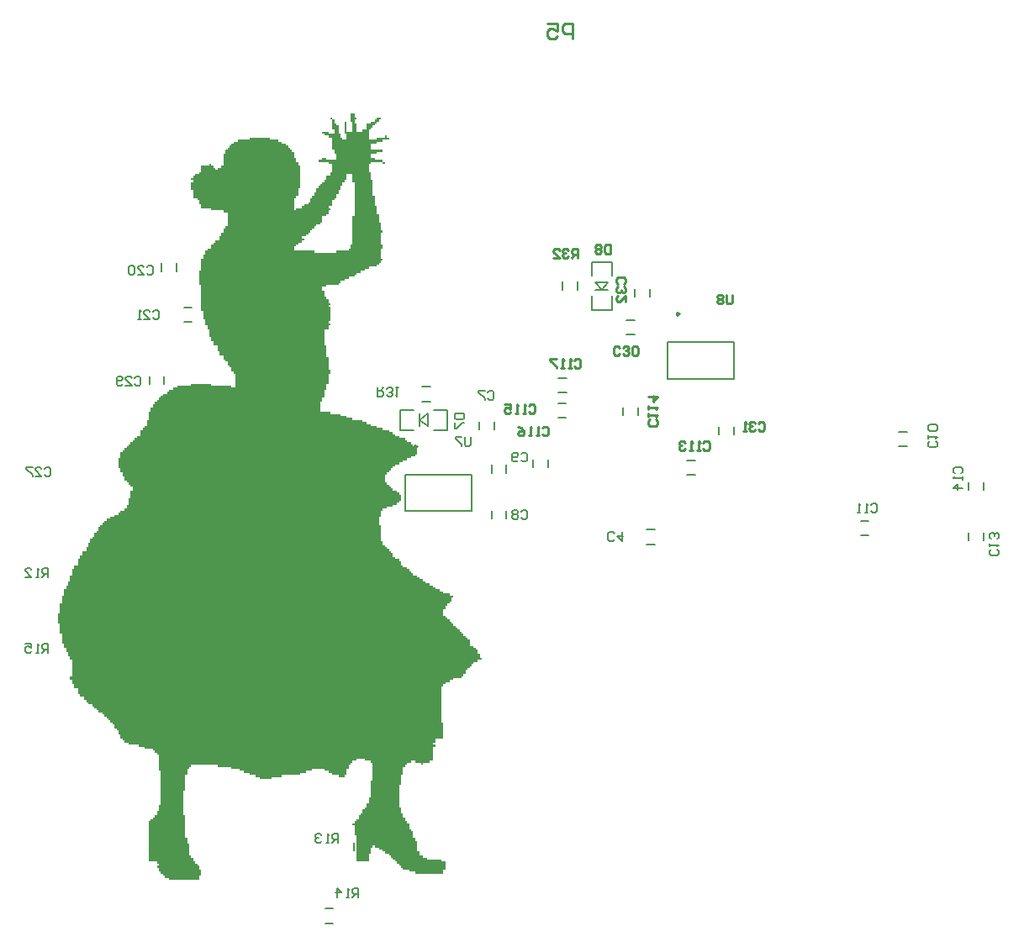
<source format=gbo>
G04*
G04 #@! TF.GenerationSoftware,Altium Limited,Altium Designer,18.1.7 (191)*
G04*
G04 Layer_Color=32896*
%FSLAX44Y44*%
%MOMM*%
G71*
G01*
G75*
%ADD11C,0.2500*%
%ADD12C,0.2000*%
%ADD13C,0.2540*%
%ADD14C,0.2032*%
G36*
X336550Y863854D02*
Y861822D01*
X338582D01*
Y859790D01*
X336550D01*
Y857758D01*
Y855726D01*
X338582D01*
Y853694D01*
Y851662D01*
Y849630D01*
Y847598D01*
X344678D01*
Y849630D01*
X348742D01*
Y851662D01*
Y853694D01*
Y855726D01*
X352806D01*
Y857758D01*
X356870D01*
Y859790D01*
X358902D01*
Y861822D01*
X362966D01*
Y859790D01*
X360934D01*
Y857758D01*
X358902D01*
Y855726D01*
X356870D01*
Y853694D01*
X354838D01*
Y851662D01*
X352806D01*
Y849630D01*
X350774D01*
Y847598D01*
Y845566D01*
Y843534D01*
Y841502D01*
Y839470D01*
X358902D01*
Y841502D01*
X367030D01*
Y843534D01*
X369062D01*
Y841502D01*
X371094D01*
Y839470D01*
X364998D01*
Y837438D01*
X358902D01*
Y835406D01*
X352806D01*
Y833374D01*
Y831342D01*
Y829310D01*
X364998D01*
Y827278D01*
X358902D01*
Y825246D01*
X352806D01*
Y823214D01*
Y821182D01*
X356870D01*
Y819150D01*
X364998D01*
Y817118D01*
X367030D01*
Y815086D01*
X364998D01*
Y817118D01*
X352806D01*
Y815086D01*
X350774D01*
Y813054D01*
Y811022D01*
Y808990D01*
Y806958D01*
X352806D01*
Y804926D01*
Y802894D01*
Y800862D01*
Y798830D01*
X354838D01*
Y796798D01*
Y794766D01*
Y792734D01*
Y790702D01*
Y788670D01*
Y786638D01*
Y784606D01*
Y782574D01*
X356870D01*
Y780542D01*
Y778510D01*
Y776478D01*
Y774446D01*
Y772414D01*
X358902D01*
Y770382D01*
Y768350D01*
Y766318D01*
Y764286D01*
X360934D01*
Y762254D01*
Y760222D01*
Y758190D01*
Y756158D01*
X362966D01*
Y754126D01*
Y752094D01*
Y750062D01*
Y748030D01*
X364998D01*
Y745998D01*
X362966D01*
Y743966D01*
Y741934D01*
Y739902D01*
Y737870D01*
Y735838D01*
Y733806D01*
X364998D01*
Y731774D01*
Y729742D01*
X362966D01*
Y727710D01*
Y725678D01*
Y723646D01*
Y721614D01*
Y719582D01*
X364998D01*
Y717550D01*
X362966D01*
Y715518D01*
X360934D01*
Y713486D01*
X358902D01*
Y711454D01*
X350774D01*
Y709422D01*
X346710D01*
Y707390D01*
X342646D01*
Y705358D01*
X338582D01*
Y703326D01*
X336550D01*
Y701294D01*
X330454D01*
Y699262D01*
X326390D01*
Y697230D01*
X322326D01*
Y695198D01*
X320294D01*
Y693166D01*
X308102D01*
Y691134D01*
X304038D01*
Y689102D01*
Y687070D01*
X306070D01*
Y685038D01*
Y683006D01*
Y680974D01*
X308102D01*
Y678942D01*
X310134D01*
Y676910D01*
Y674878D01*
X312166D01*
Y672846D01*
X310134D01*
Y670814D01*
X312166D01*
Y668782D01*
Y666750D01*
Y664718D01*
Y662686D01*
Y660654D01*
Y658622D01*
Y656590D01*
X310134D01*
Y654558D01*
X312166D01*
Y652526D01*
X310134D01*
Y650494D01*
Y648462D01*
X306070D01*
Y646430D01*
Y644398D01*
Y642366D01*
Y640334D01*
Y638302D01*
Y636270D01*
Y634238D01*
Y632206D01*
X308102D01*
Y630174D01*
Y628142D01*
Y626110D01*
Y624078D01*
Y622046D01*
Y620014D01*
X310134D01*
Y617982D01*
Y615950D01*
Y613918D01*
Y611886D01*
Y609854D01*
Y607822D01*
X312166D01*
Y605790D01*
Y603758D01*
X310134D01*
Y601726D01*
Y599694D01*
Y597662D01*
Y595630D01*
Y593598D01*
X308102D01*
Y591566D01*
Y589534D01*
Y587502D01*
X306070D01*
Y585470D01*
Y583438D01*
Y581406D01*
Y579374D01*
X304038D01*
Y577342D01*
Y575310D01*
X302006D01*
Y573278D01*
Y571246D01*
Y569214D01*
Y567182D01*
Y565150D01*
X312166D01*
Y563118D01*
X322326D01*
Y561086D01*
X328422D01*
Y559054D01*
X334518D01*
Y557022D01*
X344678D01*
Y554990D01*
X348742D01*
Y552958D01*
X352806D01*
Y550926D01*
X358902D01*
Y548894D01*
X364998D01*
Y546862D01*
X371094D01*
Y544830D01*
X375158D01*
Y542798D01*
X377190D01*
Y540766D01*
X381254D01*
Y538734D01*
X387350D01*
Y536702D01*
X389382D01*
Y534670D01*
X393446D01*
Y532638D01*
X395478D01*
Y530606D01*
X397510D01*
Y528574D01*
X399542D01*
Y526542D01*
Y524510D01*
Y522478D01*
X397510D01*
Y520446D01*
X393446D01*
Y518414D01*
X389382D01*
Y516382D01*
X385318D01*
Y514350D01*
X381254D01*
Y512318D01*
X377190D01*
Y510286D01*
X375158D01*
Y508254D01*
X373126D01*
Y506222D01*
X371094D01*
Y504190D01*
X369062D01*
Y502158D01*
X367030D01*
Y500126D01*
Y498094D01*
Y496062D01*
Y494030D01*
X369062D01*
Y491998D01*
X371094D01*
Y489966D01*
X373126D01*
Y487934D01*
X375158D01*
Y485902D01*
X379222D01*
Y483870D01*
X381254D01*
Y481838D01*
X383286D01*
Y479806D01*
Y477774D01*
Y475742D01*
X381254D01*
Y473710D01*
X379222D01*
Y471678D01*
X375158D01*
Y469646D01*
X369062D01*
Y467614D01*
X364998D01*
Y465582D01*
X362966D01*
Y463550D01*
Y461518D01*
Y459486D01*
X360934D01*
Y457454D01*
Y455422D01*
Y453390D01*
Y451358D01*
X362966D01*
Y449326D01*
Y447294D01*
Y445262D01*
Y443230D01*
Y441198D01*
Y439166D01*
Y437134D01*
Y435102D01*
X364998D01*
Y433070D01*
Y431038D01*
X367030D01*
Y429006D01*
X369062D01*
Y426974D01*
X371094D01*
Y424942D01*
X373126D01*
Y422910D01*
X375158D01*
Y420878D01*
Y418846D01*
X377190D01*
Y416814D01*
X381254D01*
Y414782D01*
X383286D01*
Y412750D01*
Y410718D01*
X385318D01*
Y408686D01*
X389382D01*
Y406654D01*
X391414D01*
Y404622D01*
X393446D01*
Y402590D01*
X395478D01*
Y400558D01*
X399542D01*
Y398526D01*
X401574D01*
Y396494D01*
X405638D01*
Y394462D01*
X407670D01*
Y392430D01*
X411734D01*
Y390398D01*
X415798D01*
Y388366D01*
X417830D01*
Y386334D01*
X421894D01*
Y384302D01*
X425958D01*
Y382270D01*
X432054D01*
Y380238D01*
X436118D01*
Y378206D01*
X434086D01*
Y376174D01*
Y374142D01*
X432054D01*
Y372110D01*
X430022D01*
Y370078D01*
X427990D01*
Y368046D01*
Y366014D01*
X425958D01*
Y363982D01*
Y361950D01*
Y359918D01*
X427990D01*
Y357886D01*
X430022D01*
Y355854D01*
X432054D01*
Y353822D01*
X434086D01*
Y351790D01*
X436118D01*
Y349758D01*
X438150D01*
Y347726D01*
X440182D01*
Y345694D01*
X442214D01*
Y343662D01*
X444246D01*
Y341630D01*
X446278D01*
Y339598D01*
X448310D01*
Y337566D01*
X450342D01*
Y335534D01*
X452374D01*
Y333502D01*
Y331470D01*
Y329438D01*
X456438D01*
Y327406D01*
X458470D01*
Y325374D01*
X460502D01*
Y323342D01*
Y321310D01*
X462534D01*
Y319278D01*
Y317246D01*
X464566D01*
Y315214D01*
X460502D01*
Y313182D01*
X456438D01*
Y311150D01*
X454406D01*
Y309118D01*
X452374D01*
Y307086D01*
X450342D01*
Y305054D01*
X448310D01*
Y303022D01*
Y300990D01*
X446278D01*
Y298958D01*
X444246D01*
Y296926D01*
X436118D01*
Y294894D01*
X432054D01*
Y292862D01*
X427990D01*
Y290830D01*
X425958D01*
Y288798D01*
X423926D01*
Y286766D01*
Y284734D01*
Y282702D01*
Y280670D01*
Y278638D01*
Y276606D01*
Y274574D01*
Y272542D01*
Y270510D01*
Y268478D01*
Y266446D01*
Y264414D01*
Y262382D01*
Y260350D01*
Y258318D01*
Y256286D01*
Y254254D01*
Y252222D01*
X425958D01*
Y250190D01*
Y248158D01*
Y246126D01*
Y244094D01*
Y242062D01*
Y240030D01*
Y237998D01*
Y235966D01*
X417830D01*
Y233934D01*
Y231902D01*
X415798D01*
Y229870D01*
X417830D01*
Y227838D01*
X415798D01*
Y225806D01*
Y223774D01*
Y221742D01*
Y219710D01*
Y217678D01*
Y215646D01*
Y213614D01*
X411734D01*
Y211582D01*
X405638D01*
Y209550D01*
X403606D01*
Y211582D01*
X397510D01*
Y213614D01*
X393446D01*
Y211582D01*
X389382D01*
Y209550D01*
X387350D01*
Y207518D01*
X385318D01*
Y205486D01*
Y203454D01*
Y201422D01*
Y199390D01*
X383286D01*
Y197358D01*
Y195326D01*
Y193294D01*
Y191262D01*
Y189230D01*
X381254D01*
Y187198D01*
Y185166D01*
Y183134D01*
Y181102D01*
Y179070D01*
Y177038D01*
Y175006D01*
Y172974D01*
Y170942D01*
Y168910D01*
Y166878D01*
X383286D01*
Y164846D01*
Y162814D01*
Y160782D01*
X385318D01*
Y158750D01*
Y156718D01*
X387350D01*
Y154686D01*
Y152654D01*
X389382D01*
Y150622D01*
X391414D01*
Y148590D01*
Y146558D01*
Y144526D01*
X393446D01*
Y142494D01*
X395478D01*
Y140462D01*
Y138430D01*
Y136398D01*
X397510D01*
Y134366D01*
Y132334D01*
X399542D01*
Y130302D01*
Y128270D01*
Y126238D01*
Y124206D01*
Y122174D01*
X401574D01*
Y120142D01*
Y118110D01*
X405638D01*
Y116078D01*
X409702D01*
Y114046D01*
X423926D01*
Y112014D01*
X427990D01*
Y109982D01*
Y107950D01*
Y105918D01*
Y103886D01*
X425958D01*
Y101854D01*
Y99822D01*
X397510D01*
Y101854D01*
X391414D01*
Y103886D01*
X385318D01*
Y105918D01*
X383286D01*
Y107950D01*
X381254D01*
Y109982D01*
X379222D01*
Y112014D01*
X377190D01*
Y114046D01*
X375158D01*
Y116078D01*
X373126D01*
Y118110D01*
X371094D01*
Y120142D01*
X367030D01*
Y122174D01*
X364998D01*
Y124206D01*
X360934D01*
Y126238D01*
X356870D01*
Y128270D01*
X354838D01*
Y126238D01*
X352806D01*
Y124206D01*
Y122174D01*
Y120142D01*
X350774D01*
Y118110D01*
Y116078D01*
Y114046D01*
Y112014D01*
X338582D01*
Y114046D01*
Y116078D01*
Y118110D01*
Y120142D01*
Y122174D01*
Y124206D01*
Y126238D01*
Y128270D01*
Y130302D01*
Y132334D01*
Y134366D01*
Y136398D01*
Y138430D01*
X336550D01*
Y140462D01*
Y142494D01*
Y144526D01*
Y146558D01*
Y148590D01*
X334518D01*
Y150622D01*
X336550D01*
Y152654D01*
X338582D01*
Y154686D01*
X340614D01*
Y156718D01*
Y158750D01*
X342646D01*
Y160782D01*
X344678D01*
Y162814D01*
Y164846D01*
X346710D01*
Y166878D01*
X348742D01*
Y168910D01*
Y170942D01*
X350774D01*
Y172974D01*
Y175006D01*
Y177038D01*
X352806D01*
Y179070D01*
Y181102D01*
Y183134D01*
Y185166D01*
Y187198D01*
Y189230D01*
Y191262D01*
Y193294D01*
X354838D01*
Y195326D01*
Y197358D01*
Y199390D01*
Y201422D01*
Y203454D01*
Y205486D01*
Y207518D01*
Y209550D01*
Y211582D01*
X352806D01*
Y213614D01*
X346710D01*
Y215646D01*
X338582D01*
Y213614D01*
X334518D01*
Y211582D01*
X332486D01*
Y209550D01*
X330454D01*
Y207518D01*
Y205486D01*
X328422D01*
Y203454D01*
Y201422D01*
Y199390D01*
X326390D01*
Y197358D01*
X320294D01*
Y199390D01*
X314198D01*
Y201422D01*
X310134D01*
Y203454D01*
X306070D01*
Y205486D01*
X293878D01*
Y203454D01*
X287782D01*
Y201422D01*
X281686D01*
Y199390D01*
X263398D01*
Y197358D01*
X253238D01*
Y195326D01*
X241046D01*
Y197358D01*
X236982D01*
Y199390D01*
X230886D01*
Y201422D01*
X224790D01*
Y203454D01*
X220726D01*
Y205486D01*
X212598D01*
Y207518D01*
X198374D01*
Y209550D01*
X171958D01*
Y207518D01*
X169926D01*
Y205486D01*
X167894D01*
Y203454D01*
Y201422D01*
Y199390D01*
X165862D01*
Y197358D01*
Y195326D01*
Y193294D01*
Y191262D01*
Y189230D01*
Y187198D01*
Y185166D01*
Y183134D01*
X163830D01*
Y181102D01*
Y179070D01*
Y177038D01*
Y175006D01*
Y172974D01*
Y170942D01*
Y168910D01*
Y166878D01*
Y164846D01*
Y162814D01*
Y160782D01*
Y158750D01*
X165862D01*
Y156718D01*
Y154686D01*
Y152654D01*
Y150622D01*
Y148590D01*
Y146558D01*
Y144526D01*
Y142494D01*
Y140462D01*
Y138430D01*
Y136398D01*
X167894D01*
Y134366D01*
Y132334D01*
Y130302D01*
X169926D01*
Y128270D01*
Y126238D01*
Y124206D01*
Y122174D01*
Y120142D01*
Y118110D01*
X171958D01*
Y116078D01*
X173990D01*
Y114046D01*
Y112014D01*
X176022D01*
Y109982D01*
X178054D01*
Y107950D01*
X180086D01*
Y105918D01*
Y103886D01*
X182118D01*
Y101854D01*
Y99822D01*
Y97790D01*
X180086D01*
Y95758D01*
Y93726D01*
X149606D01*
Y95758D01*
X145542D01*
Y97790D01*
X143510D01*
Y99822D01*
X141478D01*
Y101854D01*
X139446D01*
Y103886D01*
Y105918D01*
X137414D01*
Y107950D01*
X139446D01*
Y109982D01*
X137414D01*
Y112014D01*
X129286D01*
Y114046D01*
Y116078D01*
Y118110D01*
Y120142D01*
Y122174D01*
Y124206D01*
Y126238D01*
Y128270D01*
Y130302D01*
Y132334D01*
Y134366D01*
Y136398D01*
Y138430D01*
Y140462D01*
Y142494D01*
Y144526D01*
Y146558D01*
Y148590D01*
Y150622D01*
Y152654D01*
X131318D01*
Y154686D01*
X133350D01*
Y156718D01*
X135382D01*
Y158750D01*
X137414D01*
Y160782D01*
Y162814D01*
X139446D01*
Y164846D01*
Y166878D01*
Y168910D01*
X141478D01*
Y170942D01*
Y172974D01*
Y175006D01*
Y177038D01*
Y179070D01*
Y181102D01*
Y183134D01*
Y185166D01*
Y187198D01*
Y189230D01*
Y191262D01*
Y193294D01*
Y195326D01*
Y197358D01*
Y199390D01*
Y201422D01*
Y203454D01*
X139446D01*
Y205486D01*
Y207518D01*
Y209550D01*
Y211582D01*
Y213614D01*
Y215646D01*
Y217678D01*
Y219710D01*
X137414D01*
Y221742D01*
X135382D01*
Y223774D01*
X133350D01*
Y225806D01*
X125222D01*
Y227838D01*
X119126D01*
Y229870D01*
X108966D01*
Y231902D01*
X104902D01*
Y233934D01*
X102870D01*
Y235966D01*
X100838D01*
Y237998D01*
Y240030D01*
X98806D01*
Y242062D01*
Y244094D01*
X96774D01*
Y246126D01*
X94742D01*
Y248158D01*
Y250190D01*
X92710D01*
Y252222D01*
X90678D01*
Y254254D01*
X88646D01*
Y256286D01*
X86614D01*
Y258318D01*
X84582D01*
Y260350D01*
X82550D01*
Y262382D01*
X78486D01*
Y264414D01*
X76454D01*
Y266446D01*
X74422D01*
Y268478D01*
X72390D01*
Y270510D01*
X68326D01*
Y272542D01*
X66294D01*
Y274574D01*
X64262D01*
Y276606D01*
Y278638D01*
X60198D01*
Y280670D01*
X58166D01*
Y282702D01*
Y284734D01*
Y286766D01*
X54102D01*
Y288798D01*
Y290830D01*
X52070D01*
Y292862D01*
Y294894D01*
X50038D01*
Y296926D01*
Y298958D01*
X52070D01*
Y300990D01*
Y303022D01*
Y305054D01*
Y307086D01*
Y309118D01*
Y311150D01*
Y313182D01*
Y315214D01*
X50038D01*
Y317246D01*
Y319278D01*
X48006D01*
Y321310D01*
Y323342D01*
X45974D01*
Y325374D01*
Y327406D01*
X43942D01*
Y329438D01*
Y331470D01*
X41910D01*
Y333502D01*
Y335534D01*
Y337566D01*
Y339598D01*
Y341630D01*
X39878D01*
Y343662D01*
Y345694D01*
Y347726D01*
Y349758D01*
Y351790D01*
X37846D01*
Y353822D01*
Y355854D01*
Y357886D01*
Y359918D01*
Y361950D01*
X39878D01*
Y363982D01*
Y366014D01*
Y368046D01*
Y370078D01*
Y372110D01*
X41910D01*
Y374142D01*
Y376174D01*
Y378206D01*
Y380238D01*
X43942D01*
Y382270D01*
Y384302D01*
Y386334D01*
X45974D01*
Y388366D01*
Y390398D01*
X48006D01*
Y392430D01*
Y394462D01*
X50038D01*
Y396494D01*
Y398526D01*
Y400558D01*
X52070D01*
Y402590D01*
Y404622D01*
Y406654D01*
X54102D01*
Y408686D01*
Y410718D01*
X58166D01*
Y412750D01*
Y414782D01*
Y416814D01*
X60198D01*
Y418846D01*
Y420878D01*
X62230D01*
Y422910D01*
Y424942D01*
X66294D01*
Y426974D01*
Y429006D01*
X68326D01*
Y431038D01*
Y433070D01*
X70358D01*
Y435102D01*
Y437134D01*
X72390D01*
Y439166D01*
X74422D01*
Y441198D01*
Y443230D01*
X76454D01*
Y445262D01*
X78486D01*
Y447294D01*
Y449326D01*
X80518D01*
Y451358D01*
X82550D01*
Y453390D01*
X84582D01*
Y455422D01*
X86614D01*
Y457454D01*
X90678D01*
Y459486D01*
X94742D01*
Y461518D01*
X98806D01*
Y463550D01*
X100838D01*
Y465582D01*
X104902D01*
Y467614D01*
X106934D01*
Y469646D01*
Y471678D01*
X108966D01*
Y473710D01*
Y475742D01*
Y477774D01*
X110998D01*
Y479806D01*
Y481838D01*
Y483870D01*
Y485902D01*
X113030D01*
Y487934D01*
Y489966D01*
X110998D01*
Y491998D01*
X108966D01*
Y494030D01*
X106934D01*
Y496062D01*
X104902D01*
Y498094D01*
Y500126D01*
X102870D01*
Y502158D01*
Y504190D01*
X100838D01*
Y506222D01*
Y508254D01*
X98806D01*
Y510286D01*
Y512318D01*
Y514350D01*
Y516382D01*
Y518414D01*
X100838D01*
Y520446D01*
Y522478D01*
Y524510D01*
X102870D01*
Y526542D01*
X104902D01*
Y528574D01*
X106934D01*
Y530606D01*
X108966D01*
Y532638D01*
X110998D01*
Y534670D01*
X113030D01*
Y536702D01*
X115062D01*
Y538734D01*
X117094D01*
Y540766D01*
X121158D01*
Y542798D01*
Y544830D01*
Y546862D01*
X123190D01*
Y548894D01*
X125222D01*
Y550926D01*
X127254D01*
Y552958D01*
Y554990D01*
Y557022D01*
X129286D01*
Y559054D01*
Y561086D01*
Y563118D01*
Y565150D01*
X131318D01*
Y567182D01*
Y569214D01*
X133350D01*
Y571246D01*
Y573278D01*
X135382D01*
Y575310D01*
X137414D01*
Y577342D01*
X139446D01*
Y579374D01*
X141478D01*
Y581406D01*
X143510D01*
Y583438D01*
X147574D01*
Y585470D01*
X149606D01*
Y587502D01*
X153670D01*
Y589534D01*
X157734D01*
Y591566D01*
X171958D01*
Y593598D01*
X192278D01*
Y591566D01*
X212598D01*
Y589534D01*
X216662D01*
Y591566D01*
Y593598D01*
Y595630D01*
Y597662D01*
Y599694D01*
Y601726D01*
Y603758D01*
X214630D01*
Y605790D01*
X212598D01*
Y607822D01*
Y609854D01*
X210566D01*
Y611886D01*
X208534D01*
Y613918D01*
Y615950D01*
X206502D01*
Y617982D01*
X204470D01*
Y620014D01*
Y622046D01*
X200406D01*
Y624078D01*
Y626110D01*
X198374D01*
Y628142D01*
Y630174D01*
Y632206D01*
X194310D01*
Y634238D01*
Y636270D01*
X192278D01*
Y638302D01*
Y640334D01*
X190246D01*
Y642366D01*
Y644398D01*
Y646430D01*
Y648462D01*
X188214D01*
Y650494D01*
Y652526D01*
X186182D01*
Y654558D01*
Y656590D01*
Y658622D01*
X184150D01*
Y660654D01*
Y662686D01*
Y664718D01*
Y666750D01*
X182118D01*
Y668782D01*
Y670814D01*
Y672846D01*
Y674878D01*
Y676910D01*
Y678942D01*
Y680974D01*
Y683006D01*
Y685038D01*
Y687070D01*
Y689102D01*
Y691134D01*
Y693166D01*
X180086D01*
Y695198D01*
Y697230D01*
Y699262D01*
Y701294D01*
Y703326D01*
Y705358D01*
Y707390D01*
X182118D01*
Y709422D01*
Y711454D01*
Y713486D01*
Y715518D01*
Y717550D01*
Y719582D01*
X184150D01*
Y721614D01*
Y723646D01*
X186182D01*
Y725678D01*
Y727710D01*
X188214D01*
Y729742D01*
X192278D01*
Y731774D01*
Y733806D01*
X194310D01*
Y735838D01*
X196342D01*
Y737870D01*
X200406D01*
Y739902D01*
Y741934D01*
X202438D01*
Y743966D01*
Y745998D01*
X204470D01*
Y748030D01*
Y750062D01*
X206502D01*
Y752094D01*
X208534D01*
Y754126D01*
Y756158D01*
Y758190D01*
Y760222D01*
Y762254D01*
Y764286D01*
Y766318D01*
X204470D01*
Y768350D01*
X192278D01*
Y770382D01*
X182118D01*
Y772414D01*
Y774446D01*
X180086D01*
Y776478D01*
Y778510D01*
X178054D01*
Y780542D01*
X173990D01*
Y782574D01*
Y784606D01*
Y786638D01*
Y788670D01*
X171958D01*
Y790702D01*
Y792734D01*
Y794766D01*
Y796798D01*
X173990D01*
Y798830D01*
X171958D01*
Y800862D01*
X173990D01*
Y802894D01*
X176022D01*
Y804926D01*
X180086D01*
Y806958D01*
X182118D01*
Y808990D01*
Y811022D01*
Y813054D01*
X190246D01*
Y815086D01*
X192278D01*
Y813054D01*
X194310D01*
Y811022D01*
X196342D01*
Y808990D01*
X198374D01*
Y811022D01*
X202438D01*
Y813054D01*
X204470D01*
Y815086D01*
Y817118D01*
Y819150D01*
Y821182D01*
Y823214D01*
Y825246D01*
X206502D01*
Y827278D01*
Y829310D01*
X208534D01*
Y831342D01*
X210566D01*
Y833374D01*
X212598D01*
Y835406D01*
X214630D01*
Y837438D01*
X218694D01*
Y839470D01*
X230886D01*
Y841502D01*
X251206D01*
Y839470D01*
X259334D01*
Y837438D01*
X263398D01*
Y835406D01*
X267462D01*
Y833374D01*
X269494D01*
Y831342D01*
X271526D01*
Y829310D01*
X273558D01*
Y827278D01*
X275590D01*
Y825246D01*
Y823214D01*
Y821182D01*
X277622D01*
Y819150D01*
Y817118D01*
X279654D01*
Y815086D01*
Y813054D01*
X281686D01*
Y811022D01*
Y808990D01*
Y806958D01*
Y804926D01*
Y802894D01*
Y800862D01*
Y798830D01*
Y796798D01*
Y794766D01*
Y792734D01*
Y790702D01*
X279654D01*
Y788670D01*
Y786638D01*
Y784606D01*
Y782574D01*
X277622D01*
Y780542D01*
X275590D01*
Y778510D01*
Y776478D01*
Y774446D01*
Y772414D01*
Y770382D01*
Y768350D01*
X277622D01*
Y770382D01*
X283718D01*
Y772414D01*
X285750D01*
Y774446D01*
X289814D01*
Y776478D01*
X291846D01*
Y778510D01*
Y780542D01*
X293878D01*
Y782574D01*
X295910D01*
Y784606D01*
Y786638D01*
X297942D01*
Y788670D01*
Y790702D01*
X299974D01*
Y792734D01*
X302006D01*
Y794766D01*
X304038D01*
Y796798D01*
X306070D01*
Y798830D01*
X308102D01*
Y800862D01*
Y802894D01*
X312166D01*
Y804926D01*
Y806958D01*
X314198D01*
Y808990D01*
Y811022D01*
Y813054D01*
Y815086D01*
X310134D01*
Y817118D01*
X299974D01*
Y819150D01*
X304038D01*
Y821182D01*
X308102D01*
Y819150D01*
X318262D01*
Y821182D01*
Y823214D01*
Y825246D01*
X316230D01*
Y827278D01*
Y829310D01*
X314198D01*
Y831342D01*
Y833374D01*
Y835406D01*
Y837438D01*
Y839470D01*
Y841502D01*
X310134D01*
Y843534D01*
X306070D01*
Y845566D01*
X304038D01*
Y847598D01*
X310134D01*
Y845566D01*
X316230D01*
Y847598D01*
Y849630D01*
X314198D01*
Y851662D01*
Y853694D01*
Y855726D01*
Y857758D01*
Y859790D01*
X312166D01*
Y861822D01*
X314198D01*
Y859790D01*
X316230D01*
Y857758D01*
Y855726D01*
X318262D01*
Y853694D01*
X320294D01*
Y851662D01*
Y849630D01*
Y847598D01*
Y845566D01*
X322326D01*
Y843534D01*
Y841502D01*
X324358D01*
Y839470D01*
X328422D01*
Y841502D01*
Y843534D01*
Y845566D01*
X326390D01*
Y847598D01*
Y849630D01*
Y851662D01*
Y853694D01*
Y855726D01*
Y857758D01*
X328422D01*
Y855726D01*
Y853694D01*
Y851662D01*
Y849630D01*
Y847598D01*
X334518D01*
Y849630D01*
Y851662D01*
Y853694D01*
Y855726D01*
Y857758D01*
X332486D01*
Y859790D01*
Y861822D01*
Y863854D01*
Y865886D01*
X336550D01*
Y863854D01*
D02*
G37*
%LPC*%
G36*
X334518Y804926D02*
X328422D01*
Y802894D01*
Y800862D01*
Y798830D01*
X326390D01*
Y796798D01*
X324358D01*
Y794766D01*
Y792734D01*
X322326D01*
Y790702D01*
Y788670D01*
X320294D01*
Y786638D01*
Y784606D01*
X318262D01*
Y782574D01*
Y780542D01*
X316230D01*
Y778510D01*
X314198D01*
Y776478D01*
Y774446D01*
Y772414D01*
X310134D01*
Y770382D01*
X312166D01*
Y768350D01*
X310134D01*
Y766318D01*
Y764286D01*
X308102D01*
Y762254D01*
X304038D01*
Y760222D01*
Y758190D01*
Y756158D01*
X302006D01*
Y754126D01*
X297942D01*
Y752094D01*
X295910D01*
Y750062D01*
X293878D01*
Y748030D01*
X291846D01*
Y745998D01*
X289814D01*
Y743966D01*
X287782D01*
Y741934D01*
X283718D01*
Y739902D01*
X285750D01*
Y737870D01*
X283718D01*
Y735838D01*
X279654D01*
Y733806D01*
X277622D01*
Y731774D01*
X275590D01*
Y729742D01*
Y727710D01*
X295910D01*
Y725678D01*
X318262D01*
Y727710D01*
X330454D01*
Y729742D01*
X332486D01*
Y731774D01*
Y733806D01*
X334518D01*
Y735838D01*
Y737870D01*
Y739902D01*
Y741934D01*
Y743966D01*
Y745998D01*
Y748030D01*
Y750062D01*
Y752094D01*
Y754126D01*
Y756158D01*
Y758190D01*
Y760222D01*
Y762254D01*
X336550D01*
Y764286D01*
Y766318D01*
Y768350D01*
Y770382D01*
Y772414D01*
Y774446D01*
Y776478D01*
Y778510D01*
Y780542D01*
Y782574D01*
Y784606D01*
Y786638D01*
Y788670D01*
Y790702D01*
Y792734D01*
Y794766D01*
Y796798D01*
X334518D01*
Y798830D01*
Y800862D01*
Y802894D01*
Y804926D01*
D02*
G37*
%LPD*%
D11*
X399130Y530510D02*
X397255Y531593D01*
Y529428D01*
X399130Y530510D01*
X663250Y664080D02*
X661375Y665162D01*
Y662997D01*
X663250Y664080D01*
D12*
X703700Y542100D02*
Y550100D01*
X718700Y542100D02*
Y550100D01*
X541545Y573920D02*
X549545D01*
X541545Y558920D02*
X549545D01*
X607180Y561620D02*
Y569620D01*
X622180Y561620D02*
Y569620D01*
X307150Y64650D02*
X315150D01*
X307150Y49650D02*
X315150D01*
X350588Y123000D02*
Y131000D01*
X335588Y123000D02*
Y131000D01*
X846281Y455510D02*
X854281D01*
X846281Y440511D02*
X854281D01*
X631000Y431789D02*
X639000D01*
X631000Y446789D02*
X639000D01*
X129960Y592900D02*
Y600900D01*
X144960Y592900D02*
Y600900D01*
X157360Y707050D02*
Y715050D01*
X142360Y707050D02*
Y715050D01*
X164910Y670650D02*
X172910D01*
X164910Y655650D02*
X172910D01*
X516585Y509080D02*
Y517080D01*
X531585Y509080D02*
Y517080D01*
X542100Y584320D02*
X550100D01*
X542100Y599320D02*
X550100D01*
X671640Y516525D02*
X679640D01*
X671640Y501525D02*
X679640D01*
X885000Y530180D02*
X893000D01*
X885000Y545180D02*
X893000D01*
X404849Y590520D02*
X412849D01*
X404849Y575520D02*
X412849D01*
X489380Y503511D02*
Y511511D01*
X474380Y503511D02*
Y511511D01*
X489380Y457510D02*
Y465510D01*
X474380Y457510D02*
Y465510D01*
X387379Y465010D02*
X454380D01*
Y502010D01*
X387379D02*
X454380D01*
X387379Y465010D02*
Y502010D01*
X477400Y547180D02*
Y555180D01*
X462400Y547180D02*
Y555180D01*
X651500Y598579D02*
X718500D01*
Y635580D01*
X651500D02*
X718500D01*
X651500Y598579D02*
Y635580D01*
X633610Y681070D02*
Y689070D01*
X618610Y681070D02*
Y689070D01*
X610680Y642922D02*
X618680D01*
X610680Y657923D02*
X618680D01*
X561220Y688150D02*
Y696150D01*
X546220Y688150D02*
Y696150D01*
X283020Y543440D02*
X291020D01*
X283020Y528440D02*
X291020D01*
X101410Y335160D02*
X109410D01*
X101410Y320160D02*
X109410D01*
X156810Y396360D02*
X164810D01*
X156810Y411360D02*
X164810D01*
X955160Y435420D02*
Y443420D01*
X970160Y435420D02*
Y443420D01*
X970160Y486220D02*
Y494220D01*
X955160Y486220D02*
Y494220D01*
D13*
X743209Y553714D02*
X744732Y555237D01*
X747777D01*
X749300Y553714D01*
Y547623D01*
X747777Y546100D01*
X744732D01*
X743209Y547623D01*
X740163Y553714D02*
X738640Y555237D01*
X735594D01*
X734072Y553714D01*
Y552191D01*
X735594Y550668D01*
X737117D01*
X735594D01*
X734072Y549146D01*
Y547623D01*
X735594Y546100D01*
X738640D01*
X740163Y547623D01*
X731026Y546100D02*
X727980D01*
X729503D01*
Y555237D01*
X731026Y553714D01*
X512069Y570984D02*
X513591Y572507D01*
X516637D01*
X518160Y570984D01*
Y564893D01*
X516637Y563370D01*
X513591D01*
X512069Y564893D01*
X509023Y563370D02*
X505977D01*
X507500D01*
Y572507D01*
X509023Y570984D01*
X501409Y563370D02*
X498363D01*
X499886D01*
Y572507D01*
X501409Y570984D01*
X487703Y572507D02*
X493795D01*
Y567938D01*
X490749Y569461D01*
X489226D01*
X487703Y567938D01*
Y564893D01*
X489226Y563370D01*
X492272D01*
X493795Y564893D01*
X640074Y557271D02*
X641597Y555748D01*
Y552703D01*
X640074Y551180D01*
X633983D01*
X632460Y552703D01*
Y555748D01*
X633983Y557271D01*
X632460Y560317D02*
Y563363D01*
Y561840D01*
X641597D01*
X640074Y560317D01*
X632460Y567931D02*
Y570977D01*
Y569454D01*
X641597D01*
X640074Y567931D01*
X632460Y580114D02*
X641597D01*
X637029Y575546D01*
Y581637D01*
X603721Y623758D02*
X602198Y622235D01*
X599152D01*
X597630Y623758D01*
Y629850D01*
X599152Y631372D01*
X602198D01*
X603721Y629850D01*
X606767Y623758D02*
X608289Y622235D01*
X611335D01*
X612858Y623758D01*
Y625281D01*
X611335Y626804D01*
X609812D01*
X611335D01*
X612858Y628327D01*
Y629850D01*
X611335Y631372D01*
X608289D01*
X606767Y629850D01*
X615904Y623758D02*
X617426Y622235D01*
X620472D01*
X621995Y623758D01*
Y629850D01*
X620472Y631372D01*
X617426D01*
X615904Y629850D01*
Y623758D01*
X601986Y694327D02*
X600463Y695850D01*
Y698895D01*
X601986Y700418D01*
X608077D01*
X609600Y698895D01*
Y695850D01*
X608077Y694327D01*
X601986Y691281D02*
X600463Y689758D01*
Y686712D01*
X601986Y685190D01*
X603509D01*
X605032Y686712D01*
Y688235D01*
Y686712D01*
X606554Y685190D01*
X608077D01*
X609600Y686712D01*
Y689758D01*
X608077Y691281D01*
X609600Y676052D02*
Y682144D01*
X603509Y676052D01*
X601986D01*
X600463Y677575D01*
Y680621D01*
X601986Y682144D01*
X687583Y534156D02*
X689106Y535679D01*
X692151D01*
X693674Y534156D01*
Y528065D01*
X692151Y526542D01*
X689106D01*
X687583Y528065D01*
X684537Y526542D02*
X681491D01*
X683014D01*
Y535679D01*
X684537Y534156D01*
X676923Y526542D02*
X673877D01*
X675400D01*
Y535679D01*
X676923Y534156D01*
X669308D02*
X667786Y535679D01*
X664740D01*
X663217Y534156D01*
Y532633D01*
X664740Y531110D01*
X666263D01*
X664740D01*
X663217Y529588D01*
Y528065D01*
X664740Y526542D01*
X667786D01*
X669308Y528065D01*
X525531Y548888D02*
X527053Y550411D01*
X530099D01*
X531622Y548888D01*
Y542797D01*
X530099Y541274D01*
X527053D01*
X525531Y542797D01*
X522485Y541274D02*
X519439D01*
X520962D01*
Y550411D01*
X522485Y548888D01*
X514871Y541274D02*
X511825D01*
X513348D01*
Y550411D01*
X514871Y548888D01*
X501165Y550411D02*
X504211Y548888D01*
X507257Y545843D01*
Y542797D01*
X505734Y541274D01*
X502688D01*
X501165Y542797D01*
Y544320D01*
X502688Y545843D01*
X507257D01*
X558005Y616960D02*
X559528Y618483D01*
X562573D01*
X564096Y616960D01*
Y610869D01*
X562573Y609346D01*
X559528D01*
X558005Y610869D01*
X554959Y609346D02*
X551913D01*
X553436D01*
Y618483D01*
X554959Y616960D01*
X547345Y609346D02*
X544299D01*
X545822D01*
Y618483D01*
X547345Y616960D01*
X539730Y618483D02*
X533639D01*
Y616960D01*
X539730Y610869D01*
Y609346D01*
X594252Y733799D02*
Y724662D01*
X589683D01*
X588161Y726185D01*
Y732276D01*
X589683Y733799D01*
X594252D01*
X585115Y732276D02*
X583592Y733799D01*
X580546D01*
X579024Y732276D01*
Y730753D01*
X580546Y729230D01*
X579024Y727708D01*
Y726185D01*
X580546Y724662D01*
X583592D01*
X585115Y726185D01*
Y727708D01*
X583592Y729230D01*
X585115Y730753D01*
Y732276D01*
X583592Y729230D02*
X580546D01*
X561232Y720344D02*
Y729481D01*
X556664D01*
X555141Y727958D01*
Y724912D01*
X556664Y723390D01*
X561232D01*
X558186D02*
X555141Y720344D01*
X552095Y727958D02*
X550572Y729481D01*
X547527D01*
X546004Y727958D01*
Y726435D01*
X547527Y724912D01*
X549049D01*
X547527D01*
X546004Y723390D01*
Y721867D01*
X547527Y720344D01*
X550572D01*
X552095Y721867D01*
X536867Y720344D02*
X542958D01*
X536867Y726435D01*
Y727958D01*
X538390Y729481D01*
X541435D01*
X542958Y727958D01*
X716858Y683253D02*
Y675639D01*
X715335Y674116D01*
X712289D01*
X710766Y675639D01*
Y683253D01*
X707721Y681730D02*
X706198Y683253D01*
X703152D01*
X701629Y681730D01*
Y680207D01*
X703152Y678684D01*
X701629Y677162D01*
Y675639D01*
X703152Y674116D01*
X706198D01*
X707721Y675639D01*
Y677162D01*
X706198Y678684D01*
X707721Y680207D01*
Y681730D01*
X706198Y678684D02*
X703152D01*
X555752Y941070D02*
Y956305D01*
X548134D01*
X545595Y953766D01*
Y948688D01*
X548134Y946148D01*
X555752D01*
X530360Y956305D02*
X540517D01*
Y948688D01*
X535439Y951227D01*
X532899D01*
X530360Y948688D01*
Y943609D01*
X532899Y941070D01*
X537978D01*
X540517Y943609D01*
D14*
X416350Y567180D02*
X430350D01*
Y547020D02*
Y567020D01*
X382350D02*
X396350D01*
X382350Y547020D02*
Y567020D01*
X410160Y550670D02*
Y563370D01*
X416350Y546606D02*
X430350D01*
X402286Y557020D02*
X410160Y563370D01*
X402286Y557020D02*
Y563370D01*
Y557020D02*
X410160Y550670D01*
X402286D02*
Y557020D01*
X382350Y547020D02*
X396350D01*
X595884Y702050D02*
Y716050D01*
X575470D02*
X595470D01*
X575310Y702050D02*
Y716050D01*
X579120Y695860D02*
X591820D01*
X595470Y668051D02*
Y682050D01*
X575470Y668051D02*
X595470D01*
X585470Y687986D02*
X591820Y695860D01*
X585470Y687986D02*
X591820D01*
X579120Y695860D02*
X585470Y687986D01*
X579120D02*
X585470D01*
X575470Y668051D02*
Y682050D01*
X340360Y76200D02*
Y85341D01*
X335789D01*
X334266Y83818D01*
Y80771D01*
X335789Y79247D01*
X340360D01*
X337313D02*
X334266Y76200D01*
X331219D02*
X328172D01*
X329695D01*
Y85341D01*
X331219Y83818D01*
X319031Y76200D02*
Y85341D01*
X323601Y80771D01*
X317507D01*
X320040Y131000D02*
Y140141D01*
X315469D01*
X313946Y138617D01*
Y135570D01*
X315469Y134047D01*
X320040D01*
X316993D02*
X313946Y131000D01*
X310899D02*
X307852D01*
X309375D01*
Y140141D01*
X310899Y138617D01*
X303281D02*
X301758Y140141D01*
X298711D01*
X297187Y138617D01*
Y137094D01*
X298711Y135570D01*
X300234D01*
X298711D01*
X297187Y134047D01*
Y132523D01*
X298711Y131000D01*
X301758D01*
X303281Y132523D01*
X598094Y436671D02*
X596571Y435148D01*
X593523D01*
X592000Y436671D01*
Y442765D01*
X593523Y444289D01*
X596571D01*
X598094Y442765D01*
X605712Y444289D02*
Y435148D01*
X601141Y439718D01*
X607235D01*
X470806Y584798D02*
X472329Y586321D01*
X475377D01*
X476900Y584798D01*
Y578703D01*
X475377Y577180D01*
X472329D01*
X470806Y578703D01*
X467759Y586321D02*
X461665D01*
Y584798D01*
X467759Y578703D01*
Y577180D01*
X504446Y522650D02*
X505970Y524174D01*
X509016D01*
X510540Y522650D01*
Y516556D01*
X509016Y515033D01*
X505970D01*
X504446Y516556D01*
X501399D02*
X499875Y515033D01*
X496828D01*
X495305Y516556D01*
Y522650D01*
X496828Y524174D01*
X499875D01*
X501399Y522650D01*
Y521127D01*
X499875Y519603D01*
X495305D01*
X504446Y464818D02*
X505970Y466341D01*
X509016D01*
X510540Y464818D01*
Y458723D01*
X509016Y457200D01*
X505970D01*
X504446Y458723D01*
X501399Y464818D02*
X499875Y466341D01*
X496828D01*
X495305Y464818D01*
Y463294D01*
X496828Y461771D01*
X495305Y460247D01*
Y458723D01*
X496828Y457200D01*
X499875D01*
X501399Y458723D01*
Y460247D01*
X499875Y461771D01*
X501399Y463294D01*
Y464818D01*
X499875Y461771D02*
X496828D01*
X921618Y535474D02*
X923141Y533951D01*
Y530904D01*
X921618Y529380D01*
X915524D01*
X914000Y530904D01*
Y533951D01*
X915524Y535474D01*
X914000Y538521D02*
Y541568D01*
Y540045D01*
X923141D01*
X921618Y538521D01*
Y546139D02*
X923141Y547662D01*
Y550709D01*
X921618Y552233D01*
X915524D01*
X914000Y550709D01*
Y547662D01*
X915524Y546139D01*
X921618D01*
X856687Y471304D02*
X858210Y472827D01*
X861257D01*
X862781Y471304D01*
Y465210D01*
X861257Y463686D01*
X858210D01*
X856687Y465210D01*
X853640Y463686D02*
X850593D01*
X852116D01*
Y472827D01*
X853640Y471304D01*
X846022Y463686D02*
X842975D01*
X844499D01*
Y472827D01*
X846022Y471304D01*
X984065Y426414D02*
X985588Y424891D01*
Y421843D01*
X984065Y420320D01*
X977971D01*
X976447Y421843D01*
Y424891D01*
X977971Y426414D01*
X976447Y429461D02*
Y432508D01*
Y430985D01*
X985588D01*
X984065Y429461D01*
Y437079D02*
X985588Y438602D01*
Y441649D01*
X984065Y443173D01*
X982541D01*
X981018Y441649D01*
Y440126D01*
Y441649D01*
X979494Y443173D01*
X977971D01*
X976447Y441649D01*
Y438602D01*
X977971Y437079D01*
X940954Y503176D02*
X939430Y504700D01*
Y507747D01*
X940954Y509270D01*
X947048D01*
X948571Y507747D01*
Y504700D01*
X947048Y503176D01*
X948571Y500129D02*
Y497082D01*
Y498605D01*
X939430D01*
X940954Y500129D01*
X948571Y487941D02*
X939430D01*
X944001Y492511D01*
Y486417D01*
X437899Y563370D02*
X447040D01*
Y558799D01*
X445517Y557276D01*
X439422D01*
X437899Y558799D01*
Y563370D01*
Y554229D02*
Y548135D01*
X439422D01*
X445517Y554229D01*
X447040D01*
X27940Y398780D02*
Y407921D01*
X23370D01*
X21846Y406398D01*
Y403350D01*
X23370Y401827D01*
X27940D01*
X24893D02*
X21846Y398780D01*
X18799D02*
X15752D01*
X17275D01*
Y407921D01*
X18799Y406398D01*
X5087Y398780D02*
X11181D01*
X5087Y404874D01*
Y406398D01*
X6611Y407921D01*
X9658D01*
X11181Y406398D01*
X27940Y322580D02*
Y331721D01*
X23370D01*
X21846Y330197D01*
Y327150D01*
X23370Y325627D01*
X27940D01*
X24893D02*
X21846Y322580D01*
X18799D02*
X15752D01*
X17275D01*
Y331721D01*
X18799Y330197D01*
X5087Y331721D02*
X11181D01*
Y327150D01*
X8134Y328674D01*
X6611D01*
X5087Y327150D01*
Y324104D01*
X6611Y322580D01*
X9658D01*
X11181Y324104D01*
X359649Y589520D02*
Y580379D01*
X364220D01*
X365743Y581903D01*
Y584950D01*
X364220Y586473D01*
X359649D01*
X362696D02*
X365743Y589520D01*
X368791Y581903D02*
X370314Y580379D01*
X373361D01*
X374884Y581903D01*
Y583426D01*
X373361Y584950D01*
X371838D01*
X373361D01*
X374884Y586473D01*
Y587997D01*
X373361Y589520D01*
X370314D01*
X368791Y587997D01*
X377932Y589520D02*
X380979D01*
X379455D01*
Y580379D01*
X377932Y581903D01*
X453480Y539851D02*
Y532234D01*
X451956Y530710D01*
X448909D01*
X447386Y532234D01*
Y539851D01*
X444339D02*
X438245D01*
Y538328D01*
X444339Y532234D01*
Y530710D01*
X127256Y711198D02*
X128779Y712721D01*
X131826D01*
X133350Y711198D01*
Y705104D01*
X131826Y703580D01*
X128779D01*
X127256Y705104D01*
X118115Y703580D02*
X124209D01*
X118115Y709674D01*
Y711198D01*
X119638Y712721D01*
X122685D01*
X124209Y711198D01*
X115068D02*
X113544Y712721D01*
X110497D01*
X108974Y711198D01*
Y705104D01*
X110497Y703580D01*
X113544D01*
X115068Y705104D01*
Y711198D01*
X133606Y666239D02*
X135129Y667763D01*
X138176D01*
X139700Y666239D01*
Y660145D01*
X138176Y658622D01*
X135129D01*
X133606Y660145D01*
X124465Y658622D02*
X130559D01*
X124465Y664716D01*
Y666239D01*
X125988Y667763D01*
X129035D01*
X130559Y666239D01*
X121418Y658622D02*
X118371D01*
X119894D01*
Y667763D01*
X121418Y666239D01*
X24386Y507998D02*
X25910Y509521D01*
X28956D01*
X30480Y507998D01*
Y501903D01*
X28956Y500380D01*
X25910D01*
X24386Y501903D01*
X15245Y500380D02*
X21339D01*
X15245Y506474D01*
Y507998D01*
X16768Y509521D01*
X19815D01*
X21339Y507998D01*
X12198Y509521D02*
X6104D01*
Y507998D01*
X12198Y501903D01*
Y500380D01*
X115064Y599437D02*
X116587Y600961D01*
X119635D01*
X121158Y599437D01*
Y593344D01*
X119635Y591820D01*
X116587D01*
X115064Y593344D01*
X105923Y591820D02*
X112017D01*
X105923Y597914D01*
Y599437D01*
X107446Y600961D01*
X110493D01*
X112017Y599437D01*
X102876Y593344D02*
X101352Y591820D01*
X98305D01*
X96782Y593344D01*
Y599437D01*
X98305Y600961D01*
X101352D01*
X102876Y599437D01*
Y597914D01*
X101352Y596390D01*
X96782D01*
M02*

</source>
